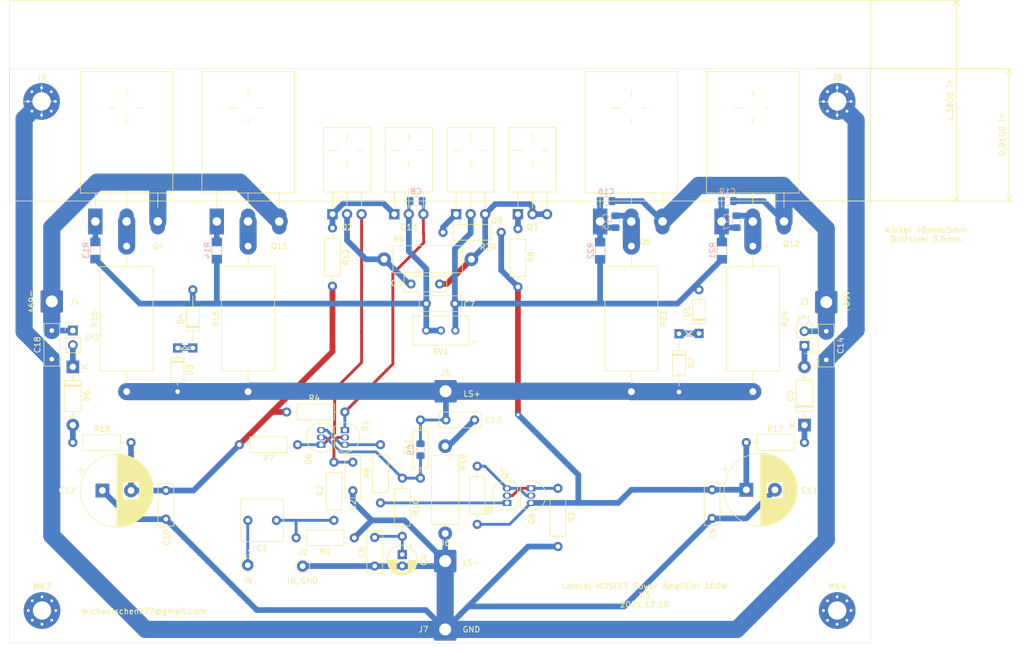
<source format=kicad_pcb>
(kicad_pcb (version 20171130) (host pcbnew "(5.1.12-1-10_14)")
  (layers (0 F.Cu signal) (31 B.Cu signal) (34 B.Paste user) (35 F.Paste user) (36 B.SilkS user) (37 F.SilkS user) (38 B.Mask user) (39 F.Mask user) (44 Edge.Cuts user))
  (net 0 "")
  (net 1 "Net-(C1-Pad2)")
  (net 2 "Net-(C1-Pad1)")
  (net 3 GND)
  (net 4 "Net-(C2-Pad1)")
  (net 5 "Net-(C3-Pad2)")
  (net 6 "Net-(C3-Pad1)")
  (net 7 "Net-(C4-Pad1)")
  (net 8 "Net-(C5-Pad2)")
  (net 9 "Net-(C13-Pad1)")
  (net 10 "Net-(C7-Pad2)")
  (net 11 "Net-(C7-Pad1)")
  (net 12 "Net-(C8-Pad1)")
  (net 13 "Net-(C11-Pad1)")
  (net 14 "Net-(C10-Pad2)")
  (net 15 "Net-(C13-Pad2)")
  (net 16 "Net-(C15-Pad2)")
  (net 17 "Net-(C15-Pad1)")
  (net 18 "Net-(C17-Pad2)")
  (net 19 "Net-(D1-Pad1)")
  (net 20 "Net-(D3-Pad1)")
  (net 21 "Net-(D5-Pad2)")
  (net 22 "Net-(D5-Pad1)")
  (net 23 "Net-(D6-Pad2)")
  (net 24 "Net-(D6-Pad1)")
  (net 25 "Net-(Q1-Pad3)")
  (net 26 "Net-(Q2-Pad3)")
  (net 27 "Net-(Q10-Pad1)")
  (net 28 "Net-(Q3-Pad1)")
  (net 29 "Net-(Q4-Pad1)")
  (net 30 "Net-(Q6-Pad1)")
  (net 31 "Net-(Q6-Pad2)")
  (net 32 "Net-(Q7-Pad1)")
  (net 33 "Net-(Q9-Pad1)")
  (net 34 "Net-(Q11-Pad1)")
  (net 35 "Net-(C14-Pad1)")
  (net 36 "Net-(C18-Pad2)")
  (net 37 "Net-(Q4-Pad2)")
  (net 38 "Net-(Q11-Pad2)")
  (net 39 "Net-(C17-Pad1)")
  (module Capacitor_SMD:C_0805_2012Metric_Pad1.18x1.45mm_HandSolder (layer B.Cu) (at 185.3145 59.944 180)
    (fp_text reference C19 (at 0 1.68 180) (layer B.SilkS) (effects (justify mirror)))
    (fp_text value 27p)
    (pad 2 smd roundrect (at 1.0375 0 180) (size 1.175 1.45) (layers B.Cu B.Paste B.Mask) (roundrect_rratio 0.212766) (net 18 "Net-(C17-Pad2)"))
    (pad 1 smd roundrect (at -1.0375 0 180) (size 1.175 1.45) (layers B.Cu B.Paste B.Mask) (roundrect_rratio 0.212766) (net 35 "Net-(C14-Pad1)"))
  )
  (module Capacitor_SMD:C_0805_2012Metric_Pad1.18x1.45mm_HandSolder (layer B.Cu) (at 164.1055 59.944 180)
    (fp_text reference C16 (at 0 1.68 180) (layer B.SilkS) (effects (justify mirror)))
    (fp_text value 27p)
    (pad 2 smd roundrect (at 1.0375 0 180) (size 1.175 1.45) (layers B.Cu B.Paste B.Mask) (roundrect_rratio 0.212766) (net 16 "Net-(C15-Pad2)"))
    (pad 1 smd roundrect (at -1.0375 0 180) (size 1.175 1.45) (layers B.Cu B.Paste B.Mask) (roundrect_rratio 0.212766) (net 35 "Net-(C14-Pad1)"))
  )
  (module Capacitor_SMD:C_0805_2012Metric_Pad1.18x1.45mm_HandSolder (layer B.Cu) (at 131.699 103.3565 270)
    (fp_text reference C5 (at 0 1.68 270) (layer B.SilkS) (effects (justify mirror)))
    (fp_text value 10p)
    (pad 2 smd roundrect (at 1.0375 0 270) (size 1.175 1.45) (layers B.Cu B.Paste B.Mask) (roundrect_rratio 0.2127659574468085) (net 8 "Net-(C5-Pad2)"))
    (pad 1 smd roundrect (at -1.0375 0 270) (size 1.175 1.45) (layers B.Cu B.Paste B.Mask) (roundrect_rratio 0.2127659574468085) (net 9 "Net-(C13-Pad1)"))
  )
  (module Capacitor_THT:CP_Radial_D12.5mm_P5.00mm (layer F.Cu) (at 76.153 110.49)
    (fp_text reference C12 (at -6.176 0) (layer F.SilkS))
    (fp_text value 220u/100V)
    (pad 2 thru_hole circle (at 5 0) (size 2.4 2.4) (drill 1.2) (layers *.Cu *.Mask) (net 14 "Net-(C10-Pad2)"))
    (pad 1 thru_hole rect (at 0 0) (size 2.4 2.4) (drill 1.2) (layers *.Cu *.Mask) (net 3 GND))
  )
  (module Capacitor_THT:CP_Radial_D12.5mm_P5.00mm (layer F.Cu) (at 188.595 110.363)
    (fp_text reference C11 (at 11.049 0.127) (layer F.SilkS))
    (fp_text value 220u/100V)
    (pad 2 thru_hole circle (at 5 0) (size 2.4 2.4) (drill 1.2) (layers *.Cu *.Mask) (net 3 GND))
    (pad 1 thru_hole rect (at 0 0) (size 2.4 2.4) (drill 1.2) (layers *.Cu *.Mask) (net 13 "Net-(C11-Pad1)"))
  )
  (module Capacitor_SMD:C_0805_2012Metric_Pad1.18x1.45mm_HandSolder (layer B.Cu) (at 186.8805 63.542 270)
    (fp_text reference C17 (at 0 1.68 90) (layer B.SilkS) (effects (justify mirror)))
    (fp_text value 470p)
    (pad 2 smd roundrect (at 1.0375 0 270) (size 1.175 1.45) (layers B.Cu B.Paste B.Mask) (roundrect_rratio 0.2127659574468085) (net 18 "Net-(C17-Pad2)"))
    (pad 1 smd roundrect (at -1.0375 0 270) (size 1.175 1.45) (layers B.Cu B.Paste B.Mask) (roundrect_rratio 0.2127659574468085) (net 39 "Net-(C17-Pad1)"))
  )
  (module Capacitor_SMD:C_0805_2012Metric_Pad1.18x1.45mm_HandSolder (layer B.Cu) (at 165.735 63.542 270)
    (fp_text reference C15 (at 0 1.68 90) (layer B.SilkS) (effects (justify mirror)))
    (fp_text value 330p)
    (pad 2 smd roundrect (at 1.0375 0 270) (size 1.175 1.45) (layers B.Cu B.Paste B.Mask) (roundrect_rratio 0.2127659574468085) (net 16 "Net-(C15-Pad2)"))
    (pad 1 smd roundrect (at -1.0375 0 270) (size 1.175 1.45) (layers B.Cu B.Paste B.Mask) (roundrect_rratio 0.2127659574468085) (net 17 "Net-(C15-Pad1)"))
  )
  (module Resistor_SMD:R_MiniMELF_MMA-0204 (layer B.Cu) (at 163.068 68.6195 270)
    (fp_text reference R22 (at 0 1.65 270) (layer B.SilkS) (effects (justify mirror)))
    (fp_text value 220R)
    (pad 2 smd rect (at 1.5 0 270) (size 1.5 1.8) (layers B.Cu B.Paste B.Mask) (net 10 "Net-(C7-Pad2)"))
    (pad 1 smd rect (at -1.5 0 270) (size 1.5 1.8) (layers B.Cu B.Paste B.Mask) (net 16 "Net-(C15-Pad2)"))
  )
  (module Resistor_SMD:R_MiniMELF_MMA-0204 (layer B.Cu) (at 184.3405 68.604 270)
    (fp_text reference R21 (at 0 1.65 270) (layer B.SilkS) (effects (justify mirror)))
    (fp_text value 220R)
    (pad 2 smd rect (at 1.5 0 270) (size 1.5 1.8) (layers B.Cu B.Paste B.Mask) (net 10 "Net-(C7-Pad2)"))
    (pad 1 smd rect (at -1.5 0 270) (size 1.5 1.8) (layers B.Cu B.Paste B.Mask) (net 18 "Net-(C17-Pad2)"))
  )
  (module Resistor_SMD:R_MiniMELF_MMA-0204 (layer B.Cu) (at 96.139 68.58 270)
    (fp_text reference R14 (at 0 1.65 270) (layer B.SilkS) (effects (justify mirror)))
    (fp_text value 220R)
    (pad 2 smd rect (at 1.5 0 270) (size 1.5 1.8) (layers B.Cu B.Paste B.Mask) (net 11 "Net-(C7-Pad1)"))
    (pad 1 smd rect (at -1.5 0 270) (size 1.5 1.8) (layers B.Cu B.Paste B.Mask) (net 34 "Net-(Q11-Pad1)"))
  )
  (module Resistor_SMD:R_MiniMELF_MMA-0204 (layer B.Cu) (at 74.93 68.58 270)
    (fp_text reference R13 (at 0 1.65 270) (layer B.SilkS) (effects (justify mirror)))
    (fp_text value 220R)
    (pad 2 smd rect (at 1.5 0 270) (size 1.5 1.8) (layers B.Cu B.Paste B.Mask) (net 11 "Net-(C7-Pad1)"))
    (pad 1 smd rect (at -1.5 0 270) (size 1.5 1.8) (layers B.Cu B.Paste B.Mask) (net 29 "Net-(Q4-Pad1)"))
  )
  (module Capacitor_SMD:C_0805_2012Metric_Pad1.18x1.45mm_HandSolder (layer B.Cu) (at 130.937 59.944 180)
    (fp_text reference C8 (at 0 1.68) (layer B.SilkS) (effects (justify mirror)))
    (fp_text value 18p)
    (pad 2 smd roundrect (at 1.0375 0 180) (size 1.175 1.45) (layers B.Cu B.Paste B.Mask) (roundrect_rratio 0.2127659574468085) (net 11 "Net-(C7-Pad1)"))
    (pad 1 smd roundrect (at -1.0375 0 180) (size 1.175 1.45) (layers B.Cu B.Paste B.Mask) (roundrect_rratio 0.2127659574468085) (net 12 "Net-(C8-Pad1)"))
  )
  (module MountingHole:MountingHole_3.2mm_M3_Pad_Via (layer F.Cu) (at 65.532 42.545)
    (fp_text reference J9 (at 0 -4.2) (layer F.SilkS))
    (fp_text value GND)
    (pad 1 thru_hole circle (at 1.697056 -1.697056) (size 0.8 0.8) (drill 0.5) (layers *.Cu *.Mask) (net 3 GND))
    (pad 1 thru_hole circle (at 0 -2.4) (size 0.8 0.8) (drill 0.5) (layers *.Cu *.Mask) (net 3 GND))
    (pad 1 thru_hole circle (at -1.697056 -1.697056) (size 0.8 0.8) (drill 0.5) (layers *.Cu *.Mask) (net 3 GND))
    (pad 1 thru_hole circle (at -2.4 0) (size 0.8 0.8) (drill 0.5) (layers *.Cu *.Mask) (net 3 GND))
    (pad 1 thru_hole circle (at -1.697056 1.697056) (size 0.8 0.8) (drill 0.5) (layers *.Cu *.Mask) (net 3 GND))
    (pad 1 thru_hole circle (at 0 2.4) (size 0.8 0.8) (drill 0.5) (layers *.Cu *.Mask) (net 3 GND))
    (pad 1 thru_hole circle (at 1.697056 1.697056) (size 0.8 0.8) (drill 0.5) (layers *.Cu *.Mask) (net 3 GND))
    (pad 1 thru_hole circle (at 2.4 0) (size 0.8 0.8) (drill 0.5) (layers *.Cu *.Mask) (net 3 GND))
    (pad 1 thru_hole circle (at 0 0) (size 6.4 6.4) (drill 3.2) (layers *.Cu *.Mask) (net 3 GND))
  )
  (module MountingHole:MountingHole_3.2mm_M3_Pad_Via (layer F.Cu) (at 204.47 42.545)
    (fp_text reference J8 (at 0 -4.2) (layer F.SilkS))
    (fp_text value GND)
    (pad 1 thru_hole circle (at 1.697056 -1.697056) (size 0.8 0.8) (drill 0.5) (layers *.Cu *.Mask) (net 3 GND))
    (pad 1 thru_hole circle (at 0 -2.4) (size 0.8 0.8) (drill 0.5) (layers *.Cu *.Mask) (net 3 GND))
    (pad 1 thru_hole circle (at -1.697056 -1.697056) (size 0.8 0.8) (drill 0.5) (layers *.Cu *.Mask) (net 3 GND))
    (pad 1 thru_hole circle (at -2.4 0) (size 0.8 0.8) (drill 0.5) (layers *.Cu *.Mask) (net 3 GND))
    (pad 1 thru_hole circle (at -1.697056 1.697056) (size 0.8 0.8) (drill 0.5) (layers *.Cu *.Mask) (net 3 GND))
    (pad 1 thru_hole circle (at 0 2.4) (size 0.8 0.8) (drill 0.5) (layers *.Cu *.Mask) (net 3 GND))
    (pad 1 thru_hole circle (at 1.697056 1.697056) (size 0.8 0.8) (drill 0.5) (layers *.Cu *.Mask) (net 3 GND))
    (pad 1 thru_hole circle (at 2.4 0) (size 0.8 0.8) (drill 0.5) (layers *.Cu *.Mask) (net 3 GND))
    (pad 1 thru_hole circle (at 0 0) (size 6.4 6.4) (drill 3.2) (layers *.Cu *.Mask) (net 3 GND))
  )
  (module Connector_Pin:Pin_D1.0mm_L10.0mm (layer F.Cu) (at 111.125 123.698)
    (fp_text reference J2 (at 0 -2.413) (layer F.SilkS))
    (fp_text value Conn_01x01)
    (pad 1 thru_hole circle (at 0 0) (size 2 2) (drill 1) (layers *.Cu *.Mask) (net 3 GND))
  )
  (module Connector_Pin:Pin_D1.0mm_L10.0mm (layer F.Cu) (at 101.5365 123.5075)
    (fp_text reference J1 (at -0.0635 -2.2225) (layer F.SilkS))
    (fp_text value Conn_01x01)
    (pad 1 thru_hole circle (at 0 0) (size 2 2) (drill 1) (layers *.Cu *.Mask) (net 1 "Net-(C1-Pad2)"))
  )
  (module Capacitor_THT:C_Rect_L7.2mm_W2.5mm_P5.00mm_FKS2_FKP2_MKS2_MKP2 (layer F.Cu) (at 67.31 87.55 90)
    (fp_text reference C18 (at 2.5 -2.5 90) (layer F.SilkS))
    (fp_text value 100n)
    (pad 2 thru_hole circle (at 5 0 90) (size 1.6 1.6) (drill 0.8) (layers *.Cu *.Mask) (net 36 "Net-(C18-Pad2)"))
    (pad 1 thru_hole circle (at 0 0 90) (size 1.6 1.6) (drill 0.8) (layers *.Cu *.Mask) (net 3 GND))
  )
  (module Capacitor_THT:C_Rect_L7.2mm_W2.5mm_P5.00mm_FKS2_FKP2_MKS2_MKP2 (layer F.Cu) (at 202.565 82.677 270)
    (fp_text reference C14 (at 2.5 -2.5 90) (layer F.SilkS))
    (fp_text value 100n)
    (pad 2 thru_hole circle (at 5 0 270) (size 1.6 1.6) (drill 0.8) (layers *.Cu *.Mask) (net 3 GND))
    (pad 1 thru_hole circle (at 0 0 270) (size 1.6 1.6) (drill 0.8) (layers *.Cu *.Mask) (net 35 "Net-(C14-Pad1)"))
  )
  (module Potentiometer_THT:Potentiometer_Bourns_3296W_Vertical (layer F.Cu) (at 137.795 82.55)
    (fp_text reference RV1 (at -2.54 3.683) (layer F.SilkS))
    (fp_text value 200R)
    (pad 3 thru_hole circle (at -5.08 0) (size 1.44 1.44) (drill 0.8) (layers *.Cu *.Mask) (net 11 "Net-(C7-Pad1)"))
    (pad 2 thru_hole circle (at -2.54 0) (size 1.44 1.44) (drill 0.8) (layers *.Cu *.Mask) (net 11 "Net-(C7-Pad1)"))
    (pad 1 thru_hole circle (at 0 0) (size 1.44 1.44) (drill 0.8) (layers *.Cu *.Mask) (net 10 "Net-(C7-Pad2)"))
  )
  (module Resistor_THT:R_Axial_DIN0918_L18.0mm_D9.0mm_P25.40mm_Horizontal (layer F.Cu) (at 189.738 67.818 270)
    (fp_text reference R24 (at 12.7 -5.62 270) (layer F.SilkS))
    (fp_text value 0.22R)
    (pad 2 thru_hole oval (at 25.4 0 270) (size 2.4 2.4) (drill 1.2) (layers *.Cu *.Mask) (net 9 "Net-(C13-Pad1)"))
    (pad 1 thru_hole circle (at 0 0 270) (size 2.4 2.4) (drill 1.2) (layers *.Cu *.Mask) (net 39 "Net-(C17-Pad1)"))
  )
  (module Resistor_THT:R_Axial_DIN0918_L18.0mm_D9.0mm_P25.40mm_Horizontal (layer F.Cu) (at 168.529 67.818 270)
    (fp_text reference R23 (at 12.7 -5.62 270) (layer F.SilkS))
    (fp_text value 0.22R)
    (pad 2 thru_hole oval (at 25.4 0 270) (size 2.4 2.4) (drill 1.2) (layers *.Cu *.Mask) (net 9 "Net-(C13-Pad1)"))
    (pad 1 thru_hole circle (at 0 0 270) (size 2.4 2.4) (drill 1.2) (layers *.Cu *.Mask) (net 17 "Net-(C15-Pad1)"))
  )
  (module Resistor_THT:R_Axial_DIN0207_L6.3mm_D2.5mm_P10.16mm_Horizontal (layer F.Cu) (at 145.796 65.405 180)
    (fp_text reference R20 (at 2.286 -2.54) (layer F.SilkS))
    (fp_text value 100R)
    (pad 2 thru_hole oval (at 10.16 0 180) (size 1.6 1.6) (drill 0.8) (layers *.Cu *.Mask) (net 33 "Net-(Q9-Pad1)"))
    (pad 1 thru_hole circle (at 0 0 180) (size 1.6 1.6) (drill 0.8) (layers *.Cu *.Mask) (net 13 "Net-(C11-Pad1)"))
  )
  (module Resistor_THT:R_Axial_DIN0414_L11.9mm_D4.5mm_P15.24mm_Horizontal (layer F.Cu) (at 136.017 102.743 270)
    (fp_text reference R19 (at 2.794 -3.175 90) (layer F.SilkS))
    (fp_text value 6.8R/1W)
    (pad 2 thru_hole oval (at 15.24 0 270) (size 2.4 2.4) (drill 1.2) (layers *.Cu *.Mask) (net 3 GND))
    (pad 1 thru_hole circle (at 0 0 270) (size 2.4 2.4) (drill 1.2) (layers *.Cu *.Mask) (net 15 "Net-(C13-Pad2)"))
  )
  (module Resistor_THT:R_Axial_DIN0207_L6.3mm_D2.5mm_P10.16mm_Horizontal (layer F.Cu) (at 70.993 102.108)
    (fp_text reference R18 (at 5.08 -2.37) (layer F.SilkS))
    (fp_text value 100R)
    (pad 2 thru_hole oval (at 10.16 0) (size 1.6 1.6) (drill 0.8) (layers *.Cu *.Mask) (net 14 "Net-(C10-Pad2)"))
    (pad 1 thru_hole circle (at 0 0) (size 1.6 1.6) (drill 0.8) (layers *.Cu *.Mask) (net 23 "Net-(D6-Pad2)"))
  )
  (module Resistor_THT:R_Axial_DIN0207_L6.3mm_D2.5mm_P10.16mm_Horizontal (layer F.Cu) (at 188.595 102.108)
    (fp_text reference R17 (at 5.08 -2.37) (layer F.SilkS))
    (fp_text value 100R)
    (pad 2 thru_hole oval (at 10.16 0) (size 1.6 1.6) (drill 0.8) (layers *.Cu *.Mask) (net 22 "Net-(D5-Pad1)"))
    (pad 1 thru_hole circle (at 0 0) (size 1.6 1.6) (drill 0.8) (layers *.Cu *.Mask) (net 13 "Net-(C11-Pad1)"))
  )
  (module Resistor_THT:R_Axial_DIN0918_L18.0mm_D9.0mm_P25.40mm_Horizontal (layer F.Cu) (at 101.6 93.218 90)
    (fp_text reference R16 (at 12.7 -5.62 90) (layer F.SilkS))
    (fp_text value 0.22R)
    (pad 2 thru_hole oval (at 25.4 0 90) (size 2.4 2.4) (drill 1.2) (layers *.Cu *.Mask) (net 38 "Net-(Q11-Pad2)"))
    (pad 1 thru_hole circle (at 0 0 90) (size 2.4 2.4) (drill 1.2) (layers *.Cu *.Mask) (net 9 "Net-(C13-Pad1)"))
  )
  (module Resistor_THT:R_Axial_DIN0918_L18.0mm_D9.0mm_P25.40mm_Horizontal (layer F.Cu) (at 80.391 93.218 90)
    (fp_text reference R15 (at 12.7 -5.62 90) (layer F.SilkS))
    (fp_text value 0.22R)
    (pad 2 thru_hole oval (at 25.4 0 90) (size 2.4 2.4) (drill 1.2) (layers *.Cu *.Mask) (net 37 "Net-(Q4-Pad2)"))
    (pad 1 thru_hole circle (at 0 0 90) (size 2.4 2.4) (drill 1.2) (layers *.Cu *.Mask) (net 9 "Net-(C13-Pad1)"))
  )
  (module Resistor_THT:R_Axial_DIN0207_L6.3mm_D2.5mm_P10.16mm_Horizontal (layer F.Cu) (at 116.332 64.643 270)
    (fp_text reference R12 (at 5.08 -2.37 90) (layer F.SilkS))
    (fp_text value 100R)
    (pad 2 thru_hole oval (at 10.16 0 270) (size 1.6 1.6) (drill 0.8) (layers *.Cu *.Mask) (net 14 "Net-(C10-Pad2)"))
    (pad 1 thru_hole circle (at 0 0 270) (size 1.6 1.6) (drill 0.8) (layers *.Cu *.Mask) (net 27 "Net-(Q10-Pad1)"))
  )
  (module Resistor_THT:R_Axial_DIN0207_L6.3mm_D2.5mm_P10.16mm_Horizontal (layer F.Cu) (at 131.699 98.171 270)
    (fp_text reference R11 (at 4.699 2.286 90) (layer F.SilkS))
    (fp_text value 33k)
    (pad 2 thru_hole oval (at 10.16 0 270) (size 1.6 1.6) (drill 0.8) (layers *.Cu *.Mask) (net 8 "Net-(C5-Pad2)"))
    (pad 1 thru_hole circle (at 0 0 270) (size 1.6 1.6) (drill 0.8) (layers *.Cu *.Mask) (net 9 "Net-(C13-Pad1)"))
  )
  (module Resistor_THT:R_Axial_DIN0207_L6.3mm_D2.5mm_P10.16mm_Horizontal (layer F.Cu) (at 128.524 108.331 270)
    (fp_text reference R10 (at 5.08 -2.37 90) (layer F.SilkS))
    (fp_text value 1k)
    (pad 2 thru_hole oval (at 10.16 0 270) (size 1.6 1.6) (drill 0.8) (layers *.Cu *.Mask) (net 7 "Net-(C4-Pad1)"))
    (pad 1 thru_hole circle (at 0 0 270) (size 1.6 1.6) (drill 0.8) (layers *.Cu *.Mask) (net 8 "Net-(C5-Pad2)"))
  )
  (module Resistor_THT:R_Axial_DIN0414_L11.9mm_D4.5mm_P15.24mm_Horizontal (layer F.Cu) (at 140.589 70.104 180)
    (fp_text reference R9 (at 12.7 3.556) (layer F.SilkS))
    (fp_text value 12k/1W)
    (pad 2 thru_hole oval (at 15.24 0 180) (size 2.4 2.4) (drill 1.2) (layers *.Cu *.Mask) (net 5 "Net-(C3-Pad2)"))
    (pad 1 thru_hole circle (at 0 0 180) (size 2.4 2.4) (drill 1.2) (layers *.Cu *.Mask) (net 6 "Net-(C3-Pad1)"))
  )
  (module Resistor_THT:R_Axial_DIN0207_L6.3mm_D2.5mm_P10.16mm_Horizontal (layer F.Cu) (at 148.717 74.93 90)
    (fp_text reference R8 (at 5.207 2.286 90) (layer F.SilkS))
    (fp_text value 100R)
    (pad 2 thru_hole oval (at 10.16 0 90) (size 1.6 1.6) (drill 0.8) (layers *.Cu *.Mask) (net 28 "Net-(Q3-Pad1)"))
    (pad 1 thru_hole circle (at 0 0 90) (size 1.6 1.6) (drill 0.8) (layers *.Cu *.Mask) (net 13 "Net-(C11-Pad1)"))
  )
  (module Resistor_THT:R_Axial_DIN0207_L6.3mm_D2.5mm_P10.16mm_Horizontal (layer F.Cu) (at 110.236 102.489 180)
    (fp_text reference R7 (at 5.08 -2.37) (layer F.SilkS))
    (fp_text value 4k7)
    (pad 2 thru_hole oval (at 10.16 0 180) (size 1.6 1.6) (drill 0.8) (layers *.Cu *.Mask) (net 14 "Net-(C10-Pad2)"))
    (pad 1 thru_hole circle (at 0 0 180) (size 1.6 1.6) (drill 0.8) (layers *.Cu *.Mask) (net 26 "Net-(Q2-Pad3)"))
  )
  (module Resistor_THT:R_Axial_DIN0207_L6.3mm_D2.5mm_P10.16mm_Horizontal (layer F.Cu) (at 124.714 112.649 90)
    (fp_text reference R6 (at 5.334 -2.286 90) (layer F.SilkS))
    (fp_text value 22k)
    (pad 2 thru_hole oval (at 10.16 0 90) (size 1.6 1.6) (drill 0.8) (layers *.Cu *.Mask) (net 25 "Net-(Q1-Pad3)"))
    (pad 1 thru_hole circle (at 0 0 90) (size 1.6 1.6) (drill 0.8) (layers *.Cu *.Mask) (net 32 "Net-(Q7-Pad1)"))
  )
  (module Resistor_THT:R_Axial_DIN0207_L6.3mm_D2.5mm_P10.16mm_Horizontal (layer F.Cu) (at 141.605 116.3955 90)
    (fp_text reference R5 (at 2.6035 2.159 90) (layer F.SilkS))
    (fp_text value 680R)
    (pad 2 thru_hole oval (at 10.16 0 90) (size 1.6 1.6) (drill 0.8) (layers *.Cu *.Mask) (net 31 "Net-(Q6-Pad2)"))
    (pad 1 thru_hole circle (at 0 0 90) (size 1.6 1.6) (drill 0.8) (layers *.Cu *.Mask) (net 13 "Net-(C11-Pad1)"))
  )
  (module Resistor_THT:R_Axial_DIN0207_L6.3mm_D2.5mm_P10.16mm_Horizontal (layer F.Cu) (at 118.491 96.774 180)
    (fp_text reference R4 (at 5.334 2.413) (layer F.SilkS))
    (fp_text value 4k7)
    (pad 2 thru_hole oval (at 10.16 0 180) (size 1.6 1.6) (drill 0.8) (layers *.Cu *.Mask) (net 14 "Net-(C10-Pad2)"))
    (pad 1 thru_hole circle (at 0 0 180) (size 1.6 1.6) (drill 0.8) (layers *.Cu *.Mask) (net 12 "Net-(C8-Pad1)"))
  )
  (module Resistor_THT:R_Axial_DIN0207_L6.3mm_D2.5mm_P10.16mm_Horizontal (layer F.Cu) (at 155.702 110.109 270)
    (fp_text reference R3 (at 5.08 -2.37 90) (layer F.SilkS))
    (fp_text value 22k)
    (pad 2 thru_hole oval (at 10.16 0 270) (size 1.6 1.6) (drill 0.8) (layers *.Cu *.Mask) (net 3 GND))
    (pad 1 thru_hole circle (at 0 0 270) (size 1.6 1.6) (drill 0.8) (layers *.Cu *.Mask) (net 30 "Net-(Q6-Pad1)"))
  )
  (module Resistor_THT:R_Axial_DIN0207_L6.3mm_D2.5mm_P10.16mm_Horizontal (layer F.Cu) (at 116.586 105.537 270)
    (fp_text reference R2 (at 4.953 2.413 90) (layer F.SilkS))
    (fp_text value 1k)
    (pad 2 thru_hole oval (at 10.16 0 270) (size 1.6 1.6) (drill 0.8) (layers *.Cu *.Mask) (net 2 "Net-(C1-Pad1)"))
    (pad 1 thru_hole circle (at 0 0 270) (size 1.6 1.6) (drill 0.8) (layers *.Cu *.Mask) (net 4 "Net-(C2-Pad1)"))
  )
  (module Resistor_THT:R_Axial_DIN0207_L6.3mm_D2.5mm_P10.16mm_Horizontal (layer F.Cu) (at 109.982 118.745)
    (fp_text reference R1 (at 5.08 2.413) (layer F.SilkS))
    (fp_text value 33k)
    (pad 2 thru_hole oval (at 10.16 0) (size 1.6 1.6) (drill 0.8) (layers *.Cu *.Mask) (net 3 GND))
    (pad 1 thru_hole circle (at 0 0) (size 1.6 1.6) (drill 0.8) (layers *.Cu *.Mask) (net 2 "Net-(C1-Pad1)"))
  )
  (module Package_TO_SOT_THT:TO-247-3_Horizontal_TabDown (layer F.Cu) (at 184.277 63.5)
    (fp_text reference Q12 (at 12.192 3.937) (layer F.SilkS))
    (fp_text value ECX10N20)
    (pad 3 thru_hole oval (at 10.9 0) (size 2.5 4.5) (drill 1.5) (layers *.Cu *.Mask) (net 35 "Net-(C14-Pad1)"))
    (pad 2 thru_hole oval (at 5.45 0) (size 2.5 4.5) (drill 1.5) (layers *.Cu *.Mask) (net 39 "Net-(C17-Pad1)"))
    (pad 1 thru_hole rect (at 0 0) (size 2.5 4.5) (drill 1.5) (layers *.Cu *.Mask) (net 18 "Net-(C17-Pad2)"))
    (pad "" np_thru_hole oval (at 5.45 -19.86) (size 3.6 3.6) (drill 3.6) (layers *.Cu *.Mask))
  )
  (module Package_TO_SOT_THT:TO-247-3_Horizontal_TabDown (layer F.Cu) (at 96.139 63.5)
    (fp_text reference Q11 (at 10.922 4.318) (layer F.SilkS))
    (fp_text value ECX10P20)
    (pad 3 thru_hole oval (at 10.9 0) (size 2.5 4.5) (drill 1.5) (layers *.Cu *.Mask) (net 36 "Net-(C18-Pad2)"))
    (pad 2 thru_hole oval (at 5.45 0) (size 2.5 4.5) (drill 1.5) (layers *.Cu *.Mask) (net 38 "Net-(Q11-Pad2)"))
    (pad 1 thru_hole rect (at 0 0) (size 2.5 4.5) (drill 1.5) (layers *.Cu *.Mask) (net 34 "Net-(Q11-Pad1)"))
    (pad "" np_thru_hole oval (at 5.45 -19.86) (size 3.6 3.6) (drill 3.6) (layers *.Cu *.Mask))
  )
  (module Package_TO_SOT_THT:TO-126-3_Horizontal_TabDown (layer F.Cu) (at 127.127 62.23)
    (fp_text reference Q10 (at 2.54 2.286) (layer F.SilkS))
    (fp_text value MJE340)
    (pad 3 thru_hole oval (at 5.08 0) (size 1.8 1.8) (drill 1) (layers *.Cu *.Mask) (net 12 "Net-(C8-Pad1)"))
    (pad 2 thru_hole oval (at 2.54 0) (size 1.8 1.8) (drill 1) (layers *.Cu *.Mask) (net 11 "Net-(C7-Pad1)"))
    (pad 1 thru_hole rect (at 0 0) (size 1.8 1.8) (drill 1) (layers *.Cu *.Mask) (net 27 "Net-(Q10-Pad1)"))
    (pad "" np_thru_hole oval (at 2.54 -11.1) (size 3.2 3.2) (drill 3.2) (layers *.Cu *.Mask))
  )
  (module Package_TO_SOT_THT:TO-126-3_Horizontal_TabDown (layer F.Cu) (at 137.922 62.23)
    (fp_text reference Q9 (at 7.112 1.143) (layer F.SilkS))
    (fp_text value MJE350)
    (pad 3 thru_hole oval (at 5.08 0) (size 1.8 1.8) (drill 1) (layers *.Cu *.Mask) (net 6 "Net-(C3-Pad1)"))
    (pad 2 thru_hole oval (at 2.54 0) (size 1.8 1.8) (drill 1) (layers *.Cu *.Mask) (net 10 "Net-(C7-Pad2)"))
    (pad 1 thru_hole rect (at 0 0) (size 1.8 1.8) (drill 1) (layers *.Cu *.Mask) (net 33 "Net-(Q9-Pad1)"))
    (pad "" np_thru_hole oval (at 2.54 -11.1) (size 3.2 3.2) (drill 3.2) (layers *.Cu *.Mask))
  )
  (module Package_TO_SOT_THT:TO-92_Inline (layer F.Cu) (at 114.3635 102.489 90)
    (fp_text reference Q8 (at -2.54 -2.2225 90) (layer F.SilkS))
    (fp_text value BC556)
    (pad 1 thru_hole rect (at 0 0 90) (size 1.05 1.5) (drill 0.75) (layers *.Cu *.Mask) (net 26 "Net-(Q2-Pad3)"))
    (pad 3 thru_hole oval (at 2.54 0 90) (size 1.05 1.5) (drill 0.75) (layers *.Cu *.Mask) (net 25 "Net-(Q1-Pad3)"))
    (pad 2 thru_hole oval (at 1.27 0 90) (size 1.05 1.5) (drill 0.75) (layers *.Cu *.Mask) (net 8 "Net-(C5-Pad2)"))
  )
  (module Package_TO_SOT_THT:TO-92_Inline (layer F.Cu) (at 146.812 112.649 90)
    (fp_text reference Q7 (at 5.207 -0.381 90) (layer F.SilkS))
    (fp_text value BC556)
    (pad 1 thru_hole rect (at 0 0 90) (size 1.05 1.5) (drill 0.75) (layers *.Cu *.Mask) (net 32 "Net-(Q7-Pad1)"))
    (pad 3 thru_hole oval (at 2.54 0 90) (size 1.05 1.5) (drill 0.75) (layers *.Cu *.Mask) (net 31 "Net-(Q6-Pad2)"))
    (pad 2 thru_hole oval (at 1.27 0 90) (size 1.05 1.5) (drill 0.75) (layers *.Cu *.Mask) (net 30 "Net-(Q6-Pad1)"))
  )
  (module Package_TO_SOT_THT:TO-92_Inline (layer F.Cu) (at 151.003 110.109 270)
    (fp_text reference Q6 (at 5.334 -0.127 90) (layer F.SilkS))
    (fp_text value BC556)
    (pad 1 thru_hole rect (at 0 0 270) (size 1.05 1.5) (drill 0.75) (layers *.Cu *.Mask) (net 30 "Net-(Q6-Pad1)"))
    (pad 3 thru_hole oval (at 2.54 0 270) (size 1.05 1.5) (drill 0.75) (layers *.Cu *.Mask) (net 13 "Net-(C11-Pad1)"))
    (pad 2 thru_hole oval (at 1.27 0 270) (size 1.05 1.5) (drill 0.75) (layers *.Cu *.Mask) (net 31 "Net-(Q6-Pad2)"))
  )
  (module Package_TO_SOT_THT:TO-247-3_Horizontal_TabDown (layer F.Cu) (at 163.068 63.5)
    (fp_text reference Q5 (at 7.874 3.556) (layer F.SilkS))
    (fp_text value ECX10N20)
    (pad 3 thru_hole oval (at 10.9 0) (size 2.5 4.5) (drill 1.5) (layers *.Cu *.Mask) (net 35 "Net-(C14-Pad1)"))
    (pad 2 thru_hole oval (at 5.45 0) (size 2.5 4.5) (drill 1.5) (layers *.Cu *.Mask) (net 17 "Net-(C15-Pad1)"))
    (pad 1 thru_hole rect (at 0 0) (size 2.5 4.5) (drill 1.5) (layers *.Cu *.Mask) (net 16 "Net-(C15-Pad2)"))
    (pad "" np_thru_hole oval (at 5.45 -19.86) (size 3.6 3.6) (drill 3.6) (layers *.Cu *.Mask))
  )
  (module Package_TO_SOT_THT:TO-247-3_Horizontal_TabDown (layer F.Cu) (at 74.93 63.5)
    (fp_text reference Q4 (at 10.922 4.318) (layer F.SilkS))
    (fp_text value ECX10P20)
    (pad 3 thru_hole oval (at 10.9 0) (size 2.5 4.5) (drill 1.5) (layers *.Cu *.Mask) (net 36 "Net-(C18-Pad2)"))
    (pad 2 thru_hole oval (at 5.45 0) (size 2.5 4.5) (drill 1.5) (layers *.Cu *.Mask) (net 37 "Net-(Q4-Pad2)"))
    (pad 1 thru_hole rect (at 0 0) (size 2.5 4.5) (drill 1.5) (layers *.Cu *.Mask) (net 29 "Net-(Q4-Pad1)"))
    (pad "" np_thru_hole oval (at 5.45 -19.86) (size 3.6 3.6) (drill 3.6) (layers *.Cu *.Mask))
  )
  (module Package_TO_SOT_THT:TO-126-3_Horizontal_TabDown (layer F.Cu) (at 148.717 62.23)
    (fp_text reference Q3 (at 2.54 2.286) (layer F.SilkS))
    (fp_text value MJE350)
    (pad 3 thru_hole oval (at 5.08 0) (size 1.8 1.8) (drill 1) (layers *.Cu *.Mask) (net 6 "Net-(C3-Pad1)"))
    (pad 2 thru_hole oval (at 2.54 0) (size 1.8 1.8) (drill 1) (layers *.Cu *.Mask) (net 6 "Net-(C3-Pad1)"))
    (pad 1 thru_hole rect (at 0 0) (size 1.8 1.8) (drill 1) (layers *.Cu *.Mask) (net 28 "Net-(Q3-Pad1)"))
    (pad "" np_thru_hole oval (at 2.54 -11.1) (size 3.2 3.2) (drill 3.2) (layers *.Cu *.Mask))
  )
  (module Package_TO_SOT_THT:TO-126-3_Horizontal_TabDown (layer F.Cu) (at 116.332 62.23)
    (fp_text reference Q2 (at 2.54 2.286) (layer F.SilkS))
    (fp_text value MJE340)
    (pad 3 thru_hole oval (at 5.08 0) (size 1.8 1.8) (drill 1) (layers *.Cu *.Mask) (net 26 "Net-(Q2-Pad3)"))
    (pad 2 thru_hole oval (at 2.54 0) (size 1.8 1.8) (drill 1) (layers *.Cu *.Mask) (net 5 "Net-(C3-Pad2)"))
    (pad 1 thru_hole rect (at 0 0) (size 1.8 1.8) (drill 1) (layers *.Cu *.Mask) (net 27 "Net-(Q10-Pad1)"))
    (pad "" np_thru_hole oval (at 2.54 -11.1) (size 3.2 3.2) (drill 3.2) (layers *.Cu *.Mask))
  )
  (module Package_TO_SOT_THT:TO-92_Inline (layer F.Cu) (at 118.491 99.949 270)
    (fp_text reference Q1 (at -0.762 -3.556 90) (layer F.SilkS))
    (fp_text value BC556)
    (pad 1 thru_hole rect (at 0 0 270) (size 1.05 1.5) (drill 0.75) (layers *.Cu *.Mask) (net 12 "Net-(C8-Pad1)"))
    (pad 3 thru_hole oval (at 2.54 0 270) (size 1.05 1.5) (drill 0.75) (layers *.Cu *.Mask) (net 25 "Net-(Q1-Pad3)"))
    (pad 2 thru_hole oval (at 1.27 0 270) (size 1.05 1.5) (drill 0.75) (layers *.Cu *.Mask) (net 4 "Net-(C2-Pad1)"))
  )
  (module MountingHole:MountingHole_3.2mm_M3_Pad_Via (layer F.Cu) (at 204.47 131.445)
    (fp_text reference MK4 (at 0 -4.2) (layer F.SilkS))
    (fp_text value Mounting_Hole_PAD)
    (pad 1 thru_hole circle (at 1.697056 -1.697056) (size 0.8 0.8) (drill 0.5) (layers *.Cu *.Mask))
    (pad 1 thru_hole circle (at 0 -2.4) (size 0.8 0.8) (drill 0.5) (layers *.Cu *.Mask))
    (pad 1 thru_hole circle (at -1.697056 -1.697056) (size 0.8 0.8) (drill 0.5) (layers *.Cu *.Mask))
    (pad 1 thru_hole circle (at -2.4 0) (size 0.8 0.8) (drill 0.5) (layers *.Cu *.Mask))
    (pad 1 thru_hole circle (at -1.697056 1.697056) (size 0.8 0.8) (drill 0.5) (layers *.Cu *.Mask))
    (pad 1 thru_hole circle (at 0 2.4) (size 0.8 0.8) (drill 0.5) (layers *.Cu *.Mask))
    (pad 1 thru_hole circle (at 1.697056 1.697056) (size 0.8 0.8) (drill 0.5) (layers *.Cu *.Mask))
    (pad 1 thru_hole circle (at 2.4 0) (size 0.8 0.8) (drill 0.5) (layers *.Cu *.Mask))
    (pad 1 thru_hole circle (at 0 0) (size 6.4 6.4) (drill 3.2) (layers *.Cu *.Mask))
  )
  (module MountingHole:MountingHole_3.2mm_M3_Pad_Via (layer F.Cu) (at 65.612944 131.445)
    (fp_text reference MK3 (at 0 -4.2) (layer F.SilkS))
    (fp_text value Mounting_Hole_PAD)
    (pad 1 thru_hole circle (at 1.697056 -1.697056) (size 0.8 0.8) (drill 0.5) (layers *.Cu *.Mask))
    (pad 1 thru_hole circle (at 0 -2.4) (size 0.8 0.8) (drill 0.5) (layers *.Cu *.Mask))
    (pad 1 thru_hole circle (at -1.697056 -1.697056) (size 0.8 0.8) (drill 0.5) (layers *.Cu *.Mask))
    (pad 1 thru_hole circle (at -2.4 0) (size 0.8 0.8) (drill 0.5) (layers *.Cu *.Mask))
    (pad 1 thru_hole circle (at -1.697056 1.697056) (size 0.8 0.8) (drill 0.5) (layers *.Cu *.Mask))
    (pad 1 thru_hole circle (at 0 2.4) (size 0.8 0.8) (drill 0.5) (layers *.Cu *.Mask))
    (pad 1 thru_hole circle (at 1.697056 1.697056) (size 0.8 0.8) (drill 0.5) (layers *.Cu *.Mask))
    (pad 1 thru_hole circle (at 2.4 0) (size 0.8 0.8) (drill 0.5) (layers *.Cu *.Mask))
    (pad 1 thru_hole circle (at 0 0) (size 6.4 6.4) (drill 3.2) (layers *.Cu *.Mask))
  )
  (module Connector_PinHeader_2.54mm:PinHeader_1x02_P2.54mm_Vertical (layer F.Cu) (at 70.993 82.55)
    (fp_text reference JP2 (at 3.302 1.27) (layer F.SilkS))
    (fp_text value Jump)
    (pad 2 thru_hole oval (at 0 2.54) (size 1.7 1.7) (drill 1) (layers *.Cu *.Mask) (net 24 "Net-(D6-Pad1)"))
    (pad 1 thru_hole rect (at 0 0) (size 1.7 1.7) (drill 1) (layers *.Cu *.Mask) (net 36 "Net-(C18-Pad2)"))
  )
  (module Connector_PinHeader_2.54mm:PinHeader_1x02_P2.54mm_Vertical (layer F.Cu) (at 198.755 85.217 180)
    (fp_text reference JP1 (at 0.127 4.699) (layer F.SilkS))
    (fp_text value Jump)
    (pad 2 thru_hole oval (at 0 2.54 180) (size 1.7 1.7) (drill 1) (layers *.Cu *.Mask) (net 35 "Net-(C14-Pad1)"))
    (pad 1 thru_hole rect (at 0 0 180) (size 1.7 1.7) (drill 1) (layers *.Cu *.Mask) (net 21 "Net-(D5-Pad2)"))
  )
  (module Connector_Wire:SolderWire-1.5sqmm_1x01_D1.7mm_OD3.9mm (layer F.Cu) (at 136.017 134.747)
    (fp_text reference J7 (at -3.81 0) (layer F.SilkS))
    (fp_text value GND)
    (pad 1 thru_hole roundrect (at 0 0) (size 3.9 3.9) (drill 2.1) (layers *.Cu *.Mask) (roundrect_rratio 0.06410282051282051) (net 3 GND))
  )
  (module Connector_Wire:SolderWire-1.5sqmm_1x01_D1.7mm_OD3.9mm (layer F.Cu) (at 136.017 122.809)
    (fp_text reference J6 (at 0 -3.15) (layer F.SilkS))
    (fp_text value LS-)
    (pad 1 thru_hole roundrect (at 0 0) (size 3.9 3.9) (drill 2.1) (layers *.Cu *.Mask) (roundrect_rratio 0.06410282051282051) (net 3 GND))
  )
  (module Connector_Wire:SolderWire-1.5sqmm_1x01_D1.7mm_OD3.9mm (layer F.Cu) (at 136.0805 93.1545)
    (fp_text reference J5 (at 0 -3.15) (layer F.SilkS))
    (fp_text value LS+)
    (pad 1 thru_hole roundrect (at 0 0) (size 3.9 3.9) (drill 2.1) (layers *.Cu *.Mask) (roundrect_rratio 0.06410282051282051) (net 9 "Net-(C13-Pad1)"))
  )
  (module Connector_Wire:SolderWire-1.5sqmm_1x01_D1.7mm_OD3.9mm (layer F.Cu) (at 67.31 77.47)
    (fp_text reference J4 (at 3.937 0.127) (layer F.SilkS))
    (fp_text value -69V)
    (pad 1 thru_hole roundrect (at 0 0) (size 3.9 3.9) (drill 2.1) (layers *.Cu *.Mask) (roundrect_rratio 0.06410282051282051) (net 36 "Net-(C18-Pad2)"))
  )
  (module Connector_Wire:SolderWire-1.5sqmm_1x01_D1.7mm_OD3.9mm (layer F.Cu) (at 202.565 77.597)
    (fp_text reference J3 (at -3.937 0) (layer F.SilkS))
    (fp_text value +69V)
    (pad 1 thru_hole roundrect (at 0 0) (size 3.9 3.9) (drill 2.1) (layers *.Cu *.Mask) (roundrect_rratio 0.06410282051282051) (net 35 "Net-(C14-Pad1)"))
  )
  (module Diode_THT:D_DO-41_SOD81_P10.16mm_Horizontal (layer F.Cu) (at 70.993 88.9 270)
    (fp_text reference D6 (at 5.08 -2.47 90) (layer F.SilkS))
    (fp_text value 1N4002)
    (fp_text user K (at 0 -2.1 90) (layer F.SilkS))
    (pad 2 thru_hole oval (at 10.16 0 270) (size 2.2 2.2) (drill 1.1) (layers *.Cu *.Mask) (net 23 "Net-(D6-Pad2)"))
    (pad 1 thru_hole rect (at 0 0 270) (size 2.2 2.2) (drill 1.1) (layers *.Cu *.Mask) (net 24 "Net-(D6-Pad1)"))
  )
  (module Diode_THT:D_DO-41_SOD81_P10.16mm_Horizontal (layer F.Cu) (at 198.755 99.06 90)
    (fp_text reference D5 (at 5.08 -2.47 90) (layer F.SilkS))
    (fp_text value 1N4002)
    (fp_text user K (at 0 -2.1 90) (layer F.SilkS))
    (pad 2 thru_hole oval (at 10.16 0 90) (size 2.2 2.2) (drill 1.1) (layers *.Cu *.Mask) (net 21 "Net-(D5-Pad2)"))
    (pad 1 thru_hole rect (at 0 0 90) (size 2.2 2.2) (drill 1.1) (layers *.Cu *.Mask) (net 22 "Net-(D5-Pad1)"))
  )
  (module Diode_THT:D_DO-35_SOD27_P10.16mm_Horizontal (layer F.Cu) (at 91.948 85.598 90)
    (fp_text reference D4 (at 5.08 -2.12 90) (layer F.SilkS))
    (fp_text value 12V/0.5W)
    (fp_text user K (at 0 -1.8 90) (layer F.SilkS))
    (pad 2 thru_hole oval (at 10.16 0 90) (size 1.6 1.6) (drill 0.8) (layers *.Cu *.Mask) (net 11 "Net-(C7-Pad1)"))
    (pad 1 thru_hole rect (at 0 0 90) (size 1.6 1.6) (drill 0.8) (layers *.Cu *.Mask) (net 20 "Net-(D3-Pad1)"))
  )
  (module Diode_THT:D_DO-35_SOD27_P7.62mm_Horizontal (layer F.Cu) (at 89.281 85.598 270)
    (fp_text reference D3 (at 3.81 -2.12 90) (layer F.SilkS))
    (fp_text value 1N914)
    (fp_text user K (at 0 -1.8 90) (layer F.SilkS))
    (pad 2 thru_hole oval (at 7.62 0 270) (size 1.6 1.6) (drill 0.8) (layers *.Cu *.Mask) (net 9 "Net-(C13-Pad1)"))
    (pad 1 thru_hole rect (at 0 0 270) (size 1.6 1.6) (drill 0.8) (layers *.Cu *.Mask) (net 20 "Net-(D3-Pad1)"))
  )
  (module Diode_THT:D_DO-35_SOD27_P10.16mm_Horizontal (layer F.Cu) (at 176.8475 83.1215 270)
    (fp_text reference D2 (at 5.08 -2.12 90) (layer F.SilkS))
    (fp_text value 12V/0.5W)
    (fp_text user K (at 0 -1.8 90) (layer F.SilkS))
    (pad 2 thru_hole oval (at 10.16 0 270) (size 1.6 1.6) (drill 0.8) (layers *.Cu *.Mask) (net 9 "Net-(C13-Pad1)"))
    (pad 1 thru_hole rect (at 0 0 270) (size 1.6 1.6) (drill 0.8) (layers *.Cu *.Mask) (net 19 "Net-(D1-Pad1)"))
  )
  (module Diode_THT:D_DO-35_SOD27_P7.62mm_Horizontal (layer F.Cu) (at 180.34 83.058 90)
    (fp_text reference D1 (at 3.81 -2.12 90) (layer F.SilkS))
    (fp_text value 1N914)
    (fp_text user K (at 0 -1.8 90) (layer F.SilkS))
    (pad 2 thru_hole oval (at 7.62 0 90) (size 1.6 1.6) (drill 0.8) (layers *.Cu *.Mask) (net 10 "Net-(C7-Pad2)"))
    (pad 1 thru_hole rect (at 0 0 90) (size 1.6 1.6) (drill 0.8) (layers *.Cu *.Mask) (net 19 "Net-(D1-Pad1)"))
  )
  (module Capacitor_THT:C_Rect_L7.2mm_W2.5mm_P5.00mm_FKS2_FKP2_MKS2_MKP2 (layer F.Cu) (at 136.144 98.171)
    (fp_text reference C13 (at 8.255 0) (layer F.SilkS))
    (fp_text value 22n)
    (pad 2 thru_hole circle (at 5 0) (size 1.6 1.6) (drill 0.8) (layers *.Cu *.Mask) (net 15 "Net-(C13-Pad2)"))
    (pad 1 thru_hole circle (at 0 0) (size 1.6 1.6) (drill 0.8) (layers *.Cu *.Mask) (net 9 "Net-(C13-Pad1)"))
  )
  (module Capacitor_THT:C_Rect_L7.2mm_W2.5mm_P5.00mm_FKS2_FKP2_MKS2_MKP2 (layer F.Cu) (at 87.249 115.49 90)
    (fp_text reference C10 (at -3.175 0.127 90) (layer F.SilkS))
    (fp_text value 100n)
    (pad 2 thru_hole circle (at 5 0 90) (size 1.6 1.6) (drill 0.8) (layers *.Cu *.Mask) (net 14 "Net-(C10-Pad2)"))
    (pad 1 thru_hole circle (at 0 0 90) (size 1.6 1.6) (drill 0.8) (layers *.Cu *.Mask) (net 3 GND))
  )
  (module Capacitor_THT:C_Rect_L7.2mm_W2.5mm_P5.00mm_FKS2_FKP2_MKS2_MKP2 (layer F.Cu) (at 182.626 110.363 270)
    (fp_text reference C9 (at 7.6835 -0.127 90) (layer F.SilkS))
    (fp_text value 100n)
    (pad 2 thru_hole circle (at 5 0 270) (size 1.6 1.6) (drill 0.8) (layers *.Cu *.Mask) (net 3 GND))
    (pad 1 thru_hole circle (at 0 0 270) (size 1.6 1.6) (drill 0.8) (layers *.Cu *.Mask) (net 13 "Net-(C11-Pad1)"))
  )
  (module Capacitor_THT:C_Rect_L7.2mm_W2.5mm_P5.00mm_FKS2_FKP2_MKS2_MKP2 (layer F.Cu) (at 132.715 77.851)
    (fp_text reference C7 (at 7.493 0.127) (layer F.SilkS))
    (fp_text value 100n)
    (pad 2 thru_hole circle (at 5 0) (size 1.6 1.6) (drill 0.8) (layers *.Cu *.Mask) (net 10 "Net-(C7-Pad2)"))
    (pad 1 thru_hole circle (at 0 0) (size 1.6 1.6) (drill 0.8) (layers *.Cu *.Mask) (net 11 "Net-(C7-Pad1)"))
  )
  (module Capacitor_THT:C_Rect_L7.2mm_W2.5mm_P5.00mm_FKS2_FKP2_MKS2_MKP2 (layer F.Cu) (at 123.698 118.6815 270)
    (fp_text reference C6 (at 2.6035 2.286 90) (layer F.SilkS))
    (fp_text value 100n)
    (pad 2 thru_hole circle (at 5 0 270) (size 1.6 1.6) (drill 0.8) (layers *.Cu *.Mask) (net 3 GND))
    (pad 1 thru_hole circle (at 0 0 270) (size 1.6 1.6) (drill 0.8) (layers *.Cu *.Mask) (net 7 "Net-(C4-Pad1)"))
  )
  (module Capacitor_THT:CP_Radial_D5.0mm_P2.00mm (layer F.Cu) (at 128.524 121.666 270)
    (fp_text reference C4 (at 1 -3.75 90) (layer F.SilkS))
    (fp_text value 47u/16V)
    (pad 2 thru_hole circle (at 2 0 270) (size 1.6 1.6) (drill 0.8) (layers *.Cu *.Mask) (net 3 GND))
    (pad 1 thru_hole rect (at 0 0 270) (size 1.6 1.6) (drill 0.8) (layers *.Cu *.Mask) (net 7 "Net-(C4-Pad1)"))
  )
  (module Capacitor_THT:C_Rect_L7.2mm_W2.5mm_P5.00mm_FKS2_FKP2_MKS2_MKP2 (layer F.Cu) (at 135.048 74.422 180)
    (fp_text reference C3 (at 7.54 0.127) (layer F.SilkS))
    (fp_text value 10n)
    (pad 2 thru_hole circle (at 5 0 180) (size 1.6 1.6) (drill 0.8) (layers *.Cu *.Mask) (net 5 "Net-(C3-Pad2)"))
    (pad 1 thru_hole circle (at 0 0 180) (size 1.6 1.6) (drill 0.8) (layers *.Cu *.Mask) (net 6 "Net-(C3-Pad1)"))
  )
  (module Capacitor_THT:C_Rect_L7.2mm_W2.5mm_P5.00mm_FKS2_FKP2_MKS2_MKP2 (layer F.Cu) (at 119.888 105.537 270)
    (fp_text reference C2 (at 7.493 0 90) (layer F.SilkS))
    (fp_text value 1n)
    (pad 2 thru_hole circle (at 5 0 270) (size 1.6 1.6) (drill 0.8) (layers *.Cu *.Mask) (net 3 GND))
    (pad 1 thru_hole circle (at 0 0 270) (size 1.6 1.6) (drill 0.8) (layers *.Cu *.Mask) (net 4 "Net-(C2-Pad1)"))
  )
  (module Capacitor_THT:C_Rect_L7.2mm_W7.2mm_P5.00mm_FKS2_FKP2_MKS2_MKP2 (layer F.Cu) (at 106.553 115.697 180)
    (fp_text reference C1 (at 2.5 -4.85) (layer F.SilkS))
    (fp_text value 2.2uF)
    (pad 2 thru_hole circle (at 5 0 180) (size 1.6 1.6) (drill 0.8) (layers *.Cu *.Mask) (net 1 "Net-(C1-Pad2)"))
    (pad 1 thru_hole circle (at 0 0 180) (size 1.6 1.6) (drill 0.8) (layers *.Cu *.Mask) (net 2 "Net-(C1-Pad1)"))
  )
  (gr_line (start 59.944 59.944) (end 59.944 24.892) (layer F.SilkS) (width 0.12))
  (gr_line (start 210.312 59.944) (end 210.312 24.892) (layer F.SilkS) (width 0.12))
  (gr_text "Winkel 40mmx5mm\nDrillsize: 3.5mm" (at 219.964 65.786) (layer F.SilkS) (effects (font (size 1 1))))
  (gr_line (start 59.944 24.892) (end 210.312 24.892) (layer F.SilkS) (width 0.12))
  (dimension 35.052 (width 0.12) (layer F.SilkS) (gr_text "35.052 mm" (at 226.568 42.418 90) (layer F.SilkS) (effects (font (size 1 1) (thickness 0.15)))) (feature1 (pts (xy 210.312 24.892) (xy 225.884421 24.892))) (feature2 (pts (xy 210.312 59.944) (xy 225.884421 59.944))) (crossbar (pts (xy 225.298 59.944) (xy 225.298 24.892))) (arrow1a (pts (xy 225.298 24.892) (xy 225.884421 26.018504))) (arrow1b (pts (xy 225.298 24.892) (xy 224.711579 26.018504))) (arrow2a (pts (xy 225.298 59.944) (xy 225.884421 58.817496))) (arrow2b (pts (xy 225.298 59.944) (xy 224.711579 58.817496))))
  (dimension 23.114 (width 0.12) (layer F.SilkS) (gr_text "23.114 mm" (at 235.712 48.387 270) (layer F.SilkS) (effects (font (size 1 1) (thickness 0.15)))) (feature1 (pts (xy 200.914 59.944) (xy 235.028421 59.944))) (feature2 (pts (xy 200.914 36.83) (xy 235.028421 36.83))) (crossbar (pts (xy 234.442 36.83) (xy 234.442 59.944))) (arrow1a (pts (xy 234.442 59.944) (xy 233.855579 58.817496))) (arrow1b (pts (xy 234.442 59.944) (xy 235.028421 58.817496))) (arrow2a (pts (xy 234.442 36.83) (xy 233.855579 37.956504))) (arrow2b (pts (xy 234.442 36.83) (xy 235.028421 37.956504))))
  (gr_line (start 59.944 59.944) (end 210.312 59.944) (layer F.SilkS) (width 0.12))
  (gr_text GND (at 140.589 134.747) (layer F.SilkS) (effects (font (size 1 1))))
  (gr_line (start 65.532 39.5605) (end 65.532 45.2755) (layer F.SilkS) (width 0.12))
  (gr_line (start 62.23 42.545) (end 68.199 42.545) (layer F.SilkS) (width 0.12))
  (gr_line (start 204.47 39.624) (end 204.47 45.339) (layer F.SilkS) (width 0.12))
  (gr_line (start 201.168 42.6085) (end 207.137 42.6085) (layer F.SilkS) (width 0.12))
  (gr_line (start 189.738 40.64) (end 189.738 46.355) (layer F.SilkS) (width 0.12))
  (gr_line (start 186.436 43.6245) (end 192.405 43.6245) (layer F.SilkS) (width 0.12))
  (gr_line (start 168.529 40.7035) (end 168.529 46.4185) (layer F.SilkS) (width 0.12))
  (gr_line (start 165.227 43.688) (end 171.196 43.688) (layer F.SilkS) (width 0.12))
  (gr_line (start 151.257 48.133) (end 151.257 53.848) (layer F.SilkS) (width 0.12))
  (gr_line (start 147.955 51.1175) (end 153.924 51.1175) (layer F.SilkS) (width 0.12))
  (gr_line (start 140.462 48.133) (end 140.462 53.848) (layer F.SilkS) (width 0.12))
  (gr_line (start 137.16 51.1175) (end 143.129 51.1175) (layer F.SilkS) (width 0.12))
  (gr_line (start 129.667 48.133) (end 129.667 53.848) (layer F.SilkS) (width 0.12))
  (gr_line (start 126.365 51.1175) (end 132.334 51.1175) (layer F.SilkS) (width 0.12))
  (gr_line (start 118.872 48.133) (end 118.872 53.848) (layer F.SilkS) (width 0.12))
  (gr_line (start 115.57 51.1175) (end 121.539 51.1175) (layer F.SilkS) (width 0.12))
  (gr_line (start 101.6 40.64) (end 101.6 46.355) (layer F.SilkS) (width 0.12))
  (gr_line (start 98.298 43.6245) (end 104.267 43.6245) (layer F.SilkS) (width 0.12))
  (gr_line (start 77.089 43.6245) (end 83.058 43.6245) (layer F.SilkS) (width 0.12))
  (gr_line (start 80.391 40.64) (end 80.391 46.355) (layer F.SilkS) (width 0.12))
  (gr_text ° (at 140.97 84.963) (layer F.SilkS) (effects (font (size 1 1))))
  (gr_text "Lateral MOSFET Power Amplifier 160W\nV3\n2021.12.10" (at 170.815 128.778) (layer F.SilkS) (effects (font (size 1 1))))
  (gr_text michaelschenk72@gmail.com (at 83.312 131.572) (layer F.SilkS) (effects (font (size 1 1))))
  (gr_text LS+ (at 140.716 93.599) (layer F.SilkS) (effects (font (size 1 1))))
  (gr_text LS- (at 140.589 123.063) (layer F.SilkS) (effects (font (size 1 1))))
  (gr_text IN_GND (at 111.125 126.238) (layer F.SilkS) (effects (font (size 1 1))))
  (gr_text IN (at 101.6 126.238) (layer F.SilkS) (effects (font (size 1 1))))
  (gr_text +69V (at 206.121 77.597 90) (layer F.SilkS) (effects (font (size 1 1))))
  (gr_text -69V (at 63.754 77.47 -90) (layer F.SilkS) (effects (font (size 1 1))))
  (gr_line (start 59.944 137.16) (end 59.944 36.83) (layer Edge.Cuts) (width 0.05))
  (gr_line (start 210.312 137.16) (end 59.944 137.16) (layer Edge.Cuts) (width 0.05))
  (gr_line (start 210.312 36.83) (end 210.312 137.16) (layer Edge.Cuts) (width 0.05))
  (gr_line (start 59.944 36.83) (end 210.312 36.83) (layer Edge.Cuts) (width 0.05))
  (segment (start 101.5365 115.7135) (end 101.553 115.697) (width 0.5) (layer B.Cu) (net 1))
  (segment (start 101.5365 123.5075) (end 101.5365 115.7135) (width 0.5) (layer B.Cu) (net 1))
  (segment (start 109.982 118.745) (end 109.982 115.824) (width 0.5) (layer B.Cu) (net 2))
  (segment (start 109.982 115.824) (end 109.855 115.697) (width 0.5) (layer B.Cu) (net 2))
  (segment (start 109.855 115.697) (end 116.586 115.697) (width 0.5) (layer B.Cu) (net 2))
  (segment (start 106.553 115.697) (end 109.855 115.697) (width 0.5) (layer B.Cu) (net 2))
  (segment (start 111.1415 123.491) (end 111.125 123.5075) (width 1) (layer B.Cu) (net 3))
  (segment (start 135.128 123.698) (end 128.524 123.698) (width 1) (layer B.Cu) (net 3))
  (segment (start 136.017 122.809) (end 135.128 123.698) (width 1) (layer B.Cu) (net 3))
  (segment (start 123.7145 123.698) (end 123.698 123.6815) (width 1) (layer B.Cu) (net 3))
  (segment (start 128.524 123.698) (end 123.7145 123.698) (width 1) (layer B.Cu) (net 3))
  (segment (start 111.1415 123.6815) (end 111.125 123.698) (width 1) (layer B.Cu) (net 3))
  (segment (start 123.698 123.6815) (end 111.1415 123.6815) (width 1) (layer B.Cu) (net 3))
  (segment (start 136.017 134.747) (end 83.693 134.747) (width 3) (layer B.Cu) (net 3))
  (segment (start 67.31 118.364) (end 67.31 87.55) (width 3) (layer B.Cu) (net 3))
  (segment (start 83.693 134.747) (end 67.31 118.364) (width 3) (layer B.Cu) (net 3))
  (segment (start 67.31 87.55) (end 62.484 82.724) (width 3) (layer B.Cu) (net 3))
  (segment (start 62.484 45.593) (end 65.532 42.545) (width 3) (layer B.Cu) (net 3))
  (segment (start 62.484 82.724) (end 62.484 45.593) (width 3) (layer B.Cu) (net 3))
  (segment (start 202.565 119.126) (end 202.565 87.677) (width 3) (layer B.Cu) (net 3))
  (segment (start 186.944 134.747) (end 202.565 119.126) (width 3) (layer B.Cu) (net 3))
  (segment (start 136.017 134.747) (end 186.944 134.747) (width 3) (layer B.Cu) (net 3))
  (segment (start 202.565 87.677) (end 207.772 82.47) (width 3) (layer B.Cu) (net 3))
  (segment (start 207.772 45.847) (end 204.47 42.545) (width 3) (layer B.Cu) (net 3))
  (segment (start 207.772 82.47) (end 207.772 45.847) (width 3) (layer B.Cu) (net 3))
  (segment (start 136.017 134.747) (end 136.017 122.809) (width 3) (layer B.Cu) (net 3))
  (segment (start 81.153 115.49) (end 87.249 115.49) (width 1) (layer B.Cu) (net 3))
  (segment (start 76.153 110.49) (end 81.153 115.49) (width 1) (layer B.Cu) (net 3))
  (segment (start 87.249 115.49) (end 103.124 131.365) (width 1) (layer B.Cu) (net 3))
  (segment (start 132.635 131.365) (end 136.017 134.747) (width 1) (layer B.Cu) (net 3))
  (segment (start 103.124 131.365) (end 132.635 131.365) (width 1) (layer B.Cu) (net 3))
  (segment (start 188.595 115.363) (end 182.626 115.363) (width 1) (layer B.Cu) (net 3))
  (segment (start 193.595 110.363) (end 188.595 115.363) (width 1) (layer B.Cu) (net 3))
  (segment (start 182.626 115.363) (end 167.259 130.73) (width 1) (layer B.Cu) (net 3))
  (segment (start 140.034 130.73) (end 136.017 134.747) (width 1) (layer B.Cu) (net 3))
  (segment (start 167.259 130.73) (end 140.034 130.73) (width 1) (layer B.Cu) (net 3))
  (segment (start 136.017 117.983) (end 136.017 122.809) (width 1) (layer B.Cu) (net 3))
  (segment (start 123.19 115.697) (end 120.142 118.745) (width 1) (layer B.Cu) (net 3))
  (segment (start 128.905 115.697) (end 123.19 115.697) (width 1) (layer B.Cu) (net 3))
  (segment (start 136.017 122.809) (end 128.905 115.697) (width 1) (layer B.Cu) (net 3))
  (segment (start 119.888 112.395) (end 123.19 115.697) (width 1) (layer B.Cu) (net 3))
  (segment (start 119.888 110.537) (end 119.888 112.395) (width 1) (layer B.Cu) (net 3))
  (segment (start 150.495 120.269) (end 140.034 130.73) (width 1) (layer B.Cu) (net 3))
  (segment (start 155.702 120.269) (end 150.495 120.269) (width 1) (layer B.Cu) (net 3))
  (segment (start 117.241 101.219) (end 116.586 101.874) (width 0.5) (layer F.Cu) (net 4))
  (segment (start 116.586 101.874) (end 116.586 105.537) (width 0.5) (layer F.Cu) (net 4))
  (segment (start 118.491 101.219) (end 117.241 101.219) (width 0.5) (layer F.Cu) (net 4))
  (segment (start 116.586 105.537) (end 119.888 105.537) (width 0.5) (layer B.Cu) (net 4))
  (segment (start 125.349 70.104) (end 122.174 70.104) (width 1) (layer B.Cu) (net 5))
  (segment (start 118.872 66.802) (end 118.872 62.23) (width 1) (layer B.Cu) (net 5))
  (segment (start 122.174 70.104) (end 118.872 66.802) (width 1) (layer B.Cu) (net 5))
  (segment (start 129.667 74.422) (end 125.349 70.104) (width 1) (layer B.Cu) (net 5))
  (segment (start 130.048 74.422) (end 129.667 74.422) (width 1) (layer B.Cu) (net 5))
  (segment (start 143.002 62.23) (end 144.78 60.452) (width 1) (layer B.Cu) (net 6))
  (segment (start 151.257 60.957208) (end 151.257 62.23) (width 1) (layer B.Cu) (net 6))
  (segment (start 150.751792 60.452) (end 151.257 60.957208) (width 1) (layer B.Cu) (net 6))
  (segment (start 144.78 60.452) (end 150.751792 60.452) (width 1) (layer B.Cu) (net 6))
  (segment (start 151.257 62.23) (end 153.797 62.23) (width 1) (layer B.Cu) (net 6))
  (segment (start 140.589 70.104) (end 143.002 67.691) (width 1) (layer B.Cu) (net 6))
  (segment (start 143.002 67.691) (end 143.002 62.23) (width 1) (layer B.Cu) (net 6))
  (segment (start 136.271 74.422) (end 140.589 70.104) (width 1) (layer F.Cu) (net 6))
  (segment (start 135.048 74.422) (end 136.271 74.422) (width 1) (layer F.Cu) (net 6))
  (segment (start 123.8885 118.491) (end 123.698 118.6815) (width 0.5) (layer B.Cu) (net 7))
  (segment (start 128.524 118.491) (end 123.8885 118.491) (width 0.5) (layer B.Cu) (net 7))
  (segment (start 128.524 121.666) (end 128.524 118.491) (width 0.5) (layer B.Cu) (net 7))
  (segment (start 117.698503 103.739001) (end 115.178502 101.219) (width 0.5) (layer B.Cu) (net 8))
  (segment (start 115.178502 101.219) (end 114.3635 101.219) (width 0.5) (layer B.Cu) (net 8))
  (segment (start 128.524 108.331) (end 123.932001 103.739001) (width 0.5) (layer B.Cu) (net 8))
  (segment (start 123.932001 103.739001) (end 117.698503 103.739001) (width 0.5) (layer B.Cu) (net 8))
  (segment (start 131.699 108.331) (end 128.524 108.331) (width 0.5) (layer B.Cu) (net 8))
  (segment (start 131.699 108.331) (end 131.699 104.394) (width 0.5) (layer B.Cu) (net 8))
  (segment (start 80.391 93.218) (end 101.6 93.218) (width 3) (layer B.Cu) (net 9))
  (segment (start 101.6635 93.1545) (end 101.6 93.218) (width 3) (layer B.Cu) (net 9))
  (segment (start 136.0805 93.1545) (end 101.6635 93.1545) (width 3) (layer B.Cu) (net 9))
  (segment (start 168.4655 93.1545) (end 168.529 93.218) (width 3) (layer B.Cu) (net 9))
  (segment (start 136.0805 93.1545) (end 168.4655 93.1545) (width 3) (layer B.Cu) (net 9))
  (segment (start 168.529 93.218) (end 189.738 93.218) (width 3) (layer B.Cu) (net 9))
  (segment (start 136.144 98.171) (end 131.699 98.171) (width 0.5) (layer B.Cu) (net 9))
  (segment (start 136.144 93.218) (end 136.0805 93.1545) (width 1) (layer B.Cu) (net 9))
  (segment (start 136.144 98.171) (end 136.144 93.218) (width 1) (layer B.Cu) (net 9))
  (segment (start 131.699 98.171) (end 131.699 102.319) (width 0.5) (layer B.Cu) (net 9))
  (segment (start 137.795 77.931) (end 137.715 77.851) (width 1) (layer B.Cu) (net 10))
  (segment (start 137.795 82.55) (end 137.795 77.931) (width 1) (layer B.Cu) (net 10))
  (segment (start 163.068 77.724) (end 163.195 77.851) (width 1) (layer B.Cu) (net 10))
  (segment (start 163.068 70.1195) (end 163.068 77.724) (width 1) (layer B.Cu) (net 10))
  (segment (start 163.195 77.851) (end 176.5935 77.851) (width 1) (layer B.Cu) (net 10))
  (segment (start 137.715 77.851) (end 163.195 77.851) (width 1) (layer B.Cu) (net 10))
  (segment (start 180.34 75.311) (end 179.73675 74.70775) (width 1) (layer B.Cu) (net 10))
  (segment (start 180.34 75.438) (end 180.34 75.311) (width 1) (layer B.Cu) (net 10))
  (segment (start 179.73675 74.70775) (end 184.3405 70.104) (width 1) (layer B.Cu) (net 10))
  (segment (start 176.5935 77.851) (end 179.73675 74.70775) (width 1) (layer B.Cu) (net 10))
  (segment (start 137.715 77.851) (end 137.715 68.279) (width 1) (layer B.Cu) (net 10))
  (segment (start 140.462 65.532) (end 140.462 62.23) (width 1) (layer B.Cu) (net 10))
  (segment (start 137.715 68.279) (end 140.462 65.532) (width 1) (layer B.Cu) (net 10))
  (segment (start 129.667 68.721002) (end 132.715 71.769002) (width 1) (layer B.Cu) (net 11))
  (segment (start 129.667 65.659) (end 129.667 68.721002) (width 1) (layer B.Cu) (net 11))
  (segment (start 129.667 62.23) (end 129.667 65.659) (width 1) (layer B.Cu) (net 11))
  (segment (start 129.667 60.1765) (end 129.8995 59.944) (width 0.5) (layer B.Cu) (net 11))
  (segment (start 129.667 62.23) (end 129.667 60.1765) (width 0.5) (layer B.Cu) (net 11))
  (segment (start 135.255 82.55) (end 132.715 82.55) (width 1) (layer B.Cu) (net 11))
  (segment (start 132.715 82.55) (end 132.715 77.851) (width 1) (layer B.Cu) (net 11))
  (segment (start 82.701 77.851) (end 74.93 70.08) (width 1) (layer B.Cu) (net 11))
  (segment (start 96.139 77.724) (end 96.266 77.851) (width 1) (layer B.Cu) (net 11))
  (segment (start 96.139 70.08) (end 96.139 77.724) (width 1) (layer B.Cu) (net 11))
  (segment (start 132.715 77.851) (end 96.266 77.851) (width 1) (layer B.Cu) (net 11))
  (segment (start 91.948 77.724) (end 92.075 77.851) (width 1) (layer B.Cu) (net 11))
  (segment (start 91.948 75.438) (end 91.948 77.724) (width 1) (layer B.Cu) (net 11))
  (segment (start 92.075 77.851) (end 82.701 77.851) (width 1) (layer B.Cu) (net 11))
  (segment (start 96.266 77.851) (end 92.075 77.851) (width 1) (layer B.Cu) (net 11))
  (segment (start 132.715 77.851) (end 132.715 71.769002) (width 1) (layer B.Cu) (net 11))
  (segment (start 132.254 62.277) (end 132.207 62.23) (width 1) (layer B.Cu) (net 12))
  (segment (start 132.207 60.1765) (end 131.9745 59.944) (width 0.5) (layer B.Cu) (net 12))
  (segment (start 132.207 62.23) (end 132.207 60.1765) (width 0.5) (layer B.Cu) (net 12))
  (segment (start 118.491 99.949) (end 118.491 96.774) (width 0.5) (layer B.Cu) (net 12))
  (segment (start 132.207 65.612) (end 132.207 62.23) (width 0.5) (layer F.Cu) (net 12))
  (segment (start 132.254 65.659) (end 132.207 65.612) (width 0.5) (layer F.Cu) (net 12))
  (segment (start 132.254 67.237998) (end 132.254 65.659) (width 0.5) (layer F.Cu) (net 12))
  (segment (start 126.873 72.618998) (end 132.254 67.237998) (width 0.5) (layer F.Cu) (net 12))
  (segment (start 126.873 88.392) (end 126.873 72.618998) (width 0.5) (layer F.Cu) (net 12))
  (segment (start 118.491 96.774) (end 126.873 88.392) (width 0.5) (layer F.Cu) (net 12))
  (segment (start 148.717 74.93) (end 148.717 97.216002) (width 1) (layer F.Cu) (net 13))
  (segment (start 147.2565 116.3955) (end 151.003 112.649) (width 0.5) (layer B.Cu) (net 13))
  (segment (start 141.605 116.3955) (end 147.2565 116.3955) (width 0.5) (layer B.Cu) (net 13))
  (segment (start 145.796 72.009) (end 148.717 74.93) (width 1) (layer B.Cu) (net 13))
  (segment (start 145.796 65.405) (end 145.796 72.009) (width 1) (layer B.Cu) (net 13))
  (segment (start 188.595 102.108) (end 188.595 110.363) (width 1) (layer B.Cu) (net 13))
  (segment (start 188.595 110.363) (end 182.626 110.363) (width 1) (layer B.Cu) (net 13))
  (segment (start 168.529 110.363) (end 182.626 110.363) (width 1) (layer B.Cu) (net 13))
  (segment (start 166.243 112.649) (end 168.529 110.363) (width 1) (layer B.Cu) (net 13))
  (segment (start 151.003 112.649) (end 159.258 112.649) (width 1) (layer B.Cu) (net 13))
  (segment (start 159.258 107.757002) (end 148.749999 97.249001) (width 1) (layer B.Cu) (net 13))
  (segment (start 159.258 112.649) (end 159.258 107.757002) (width 1) (layer B.Cu) (net 13))
  (segment (start 159.258 112.649) (end 166.243 112.649) (width 1) (layer B.Cu) (net 13))
  (segment (start 148.749999 97.249001) (end 148.717 97.216002) (width 1) (layer B.Cu) (net 13))
  (via (at 148.749999 97.249001) (size 1) (drill 0.5) (layers F.Cu B.Cu) (net 13))
  (segment (start 81.153 102.108) (end 81.153 110.49) (width 1) (layer B.Cu) (net 14))
  (segment (start 81.153 110.49) (end 87.249 110.49) (width 1) (layer B.Cu) (net 14))
  (segment (start 116.332 86.233) (end 116.332 84.836) (width 1) (layer F.Cu) (net 14))
  (segment (start 106.045 96.52) (end 116.332 86.233) (width 1) (layer F.Cu) (net 14))
  (segment (start 116.332 84.836) (end 116.332 74.803) (width 1) (layer F.Cu) (net 14))
  (segment (start 116.332 85.979) (end 116.332 84.836) (width 1) (layer F.Cu) (net 14))
  (segment (start 92.075 110.49) (end 100.076 102.489) (width 1) (layer B.Cu) (net 14))
  (segment (start 87.249 110.49) (end 92.075 110.49) (width 1) (layer B.Cu) (net 14))
  (segment (start 108.331 96.774) (end 105.791 96.774) (width 1) (layer F.Cu) (net 14))
  (segment (start 105.791 96.774) (end 105.6005 96.9645) (width 1) (layer F.Cu) (net 14))
  (segment (start 105.6005 96.9645) (end 100.076 102.489) (width 1) (layer F.Cu) (net 14))
  (segment (start 106.045 96.52) (end 105.6005 96.9645) (width 1) (layer F.Cu) (net 14))
  (segment (start 141.097 98.218) (end 141.144 98.171) (width 0.5) (layer B.Cu) (net 15))
  (segment (start 136.572 102.743) (end 141.144 98.171) (width 1) (layer B.Cu) (net 15))
  (segment (start 136.017 102.743) (end 136.572 102.743) (width 1) (layer B.Cu) (net 15))
  (segment (start 164.1475 64.5795) (end 163.068 63.5) (width 1) (layer B.Cu) (net 16))
  (segment (start 165.735 64.5795) (end 164.1475 64.5795) (width 1) (layer B.Cu) (net 16))
  (segment (start 163.068 67.1195) (end 163.068 63.5) (width 1) (layer B.Cu) (net 16))
  (segment (start 163.068 63.5) (end 163.068 59.944) (width 1) (layer B.Cu) (net 16))
  (segment (start 167.5225 62.5045) (end 168.518 63.5) (width 1) (layer B.Cu) (net 17))
  (segment (start 165.735 62.5045) (end 167.5225 62.5045) (width 1) (layer B.Cu) (net 17))
  (segment (start 168.529 63.511) (end 168.518 63.5) (width 3) (layer B.Cu) (net 17))
  (segment (start 168.529 67.818) (end 168.529 63.511) (width 3) (layer B.Cu) (net 17))
  (segment (start 185.3565 64.5795) (end 184.277 63.5) (width 1) (layer B.Cu) (net 18))
  (segment (start 186.8805 64.5795) (end 185.3565 64.5795) (width 1) (layer B.Cu) (net 18))
  (segment (start 184.3405 63.5635) (end 184.277 63.5) (width 1) (layer B.Cu) (net 18))
  (segment (start 184.3405 67.104) (end 184.3405 63.5635) (width 1) (layer B.Cu) (net 18))
  (segment (start 184.277 63.5) (end 184.277 59.944) (width 1) (layer B.Cu) (net 18))
  (segment (start 176.911 83.058) (end 176.8475 83.1215) (width 1) (layer B.Cu) (net 19))
  (segment (start 180.34 83.058) (end 176.911 83.058) (width 1) (layer B.Cu) (net 19))
  (segment (start 91.948 85.598) (end 89.281 85.598) (width 1) (layer B.Cu) (net 20))
  (segment (start 198.755 85.217) (end 198.755 88.9) (width 1) (layer B.Cu) (net 21))
  (segment (start 198.755 99.06) (end 198.755 102.108) (width 1) (layer B.Cu) (net 22))
  (segment (start 70.993 99.06) (end 70.993 102.108) (width 1) (layer B.Cu) (net 23))
  (segment (start 70.993 85.09) (end 70.993 88.9) (width 1) (layer B.Cu) (net 24))
  (segment (start 115.33709 99.949) (end 114.3635 99.949) (width 0.5) (layer B.Cu) (net 25))
  (segment (start 117.87709 102.489) (end 115.33709 99.949) (width 0.5) (layer B.Cu) (net 25))
  (segment (start 118.491 102.489) (end 117.87709 102.489) (width 0.5) (layer B.Cu) (net 25))
  (segment (start 118.491 102.489) (end 124.714 102.489) (width 0.5) (layer B.Cu) (net 25))
  (segment (start 114.3635 102.489) (end 110.236 102.489) (width 0.5) (layer B.Cu) (net 26))
  (segment (start 114.697372 102.489) (end 116.713 100.473372) (width 0.5) (layer F.Cu) (net 26))
  (segment (start 114.3635 102.489) (end 114.697372 102.489) (width 0.5) (layer F.Cu) (net 26))
  (segment (start 116.713 100.473372) (end 116.713 92.837) (width 0.5) (layer F.Cu) (net 26))
  (segment (start 121.412 88.138) (end 121.412 82.677) (width 0.5) (layer F.Cu) (net 26))
  (segment (start 116.713 92.837) (end 121.412 88.138) (width 0.5) (layer F.Cu) (net 26))
  (segment (start 121.412 82.677) (end 121.412 82.931) (width 0.5) (layer F.Cu) (net 26))
  (segment (start 121.412 62.23) (end 121.412 82.677) (width 0.5) (layer F.Cu) (net 26))
  (segment (start 127.127 62.23) (end 125.222 60.325) (width 1) (layer B.Cu) (net 27))
  (segment (start 118.237 60.325) (end 116.332 62.23) (width 1) (layer B.Cu) (net 27))
  (segment (start 125.222 60.325) (end 118.237 60.325) (width 1) (layer B.Cu) (net 27))
  (segment (start 116.332 64.643) (end 116.332 62.23) (width 1) (layer B.Cu) (net 27))
  (segment (start 148.717 64.77) (end 148.717 62.23) (width 1) (layer B.Cu) (net 28))
  (segment (start 74.93 67.08) (end 74.93 63.5) (width 1) (layer B.Cu) (net 29))
  (segment (start 155.702 110.109) (end 151.003 110.109) (width 0.5) (layer B.Cu) (net 30))
  (segment (start 146.812 111.379) (end 147.7645 111.379) (width 0.5) (layer F.Cu) (net 30))
  (segment (start 149.0345 110.109) (end 151.003 110.109) (width 0.5) (layer F.Cu) (net 30))
  (segment (start 147.7645 111.379) (end 149.0345 110.109) (width 0.5) (layer F.Cu) (net 30))
  (segment (start 142.9385 106.2355) (end 146.812 110.109) (width 0.5) (layer B.Cu) (net 31))
  (segment (start 141.605 106.2355) (end 142.9385 106.2355) (width 0.5) (layer B.Cu) (net 31))
  (segment (start 150.187998 111.379) (end 148.917998 110.109) (width 0.5) (layer B.Cu) (net 31))
  (segment (start 151.003 111.379) (end 150.187998 111.379) (width 0.5) (layer B.Cu) (net 31))
  (segment (start 148.917998 110.109) (end 146.812 110.109) (width 0.5) (layer B.Cu) (net 31))
  (segment (start 146.812 112.649) (end 124.714 112.649) (width 0.5) (layer B.Cu) (net 32))
  (segment (start 135.636 64.516) (end 137.922 62.23) (width 1) (layer B.Cu) (net 33))
  (segment (start 135.636 65.405) (end 135.636 64.516) (width 1) (layer B.Cu) (net 33))
  (segment (start 96.139 67.08) (end 96.139 63.5) (width 1) (layer B.Cu) (net 34))
  (segment (start 180.2545 57.2135) (end 173.968 63.5) (width 3) (layer B.Cu) (net 35))
  (segment (start 195.0085 57.2135) (end 180.2545 57.2135) (width 3) (layer B.Cu) (net 35))
  (segment (start 195.177 57.382) (end 195.0085 57.2135) (width 3) (layer B.Cu) (net 35))
  (segment (start 195.177 63.5) (end 195.177 57.382) (width 3) (layer B.Cu) (net 35))
  (segment (start 202.565 64.77) (end 195.0085 57.2135) (width 3) (layer B.Cu) (net 35))
  (segment (start 202.565 77.597) (end 202.565 64.77) (width 3) (layer B.Cu) (net 35))
  (segment (start 202.565 82.677) (end 202.565 77.597) (width 3) (layer B.Cu) (net 35))
  (segment (start 202.565 82.677) (end 198.755 82.677) (width 1) (layer B.Cu) (net 35))
  (segment (start 191.621 59.944) (end 195.177 63.5) (width 1) (layer B.Cu) (net 35))
  (segment (start 186.352 59.944) (end 191.621 59.944) (width 1) (layer B.Cu) (net 35))
  (segment (start 170.412 59.944) (end 173.968 63.5) (width 1) (layer B.Cu) (net 35))
  (segment (start 165.143 59.944) (end 170.412 59.944) (width 1) (layer B.Cu) (net 35))
  (segment (start 100.181 56.642) (end 107.039 63.5) (width 3) (layer B.Cu) (net 36))
  (segment (start 85.83 56.918) (end 86.106 56.642) (width 3) (layer B.Cu) (net 36))
  (segment (start 86.106 56.642) (end 100.181 56.642) (width 3) (layer B.Cu) (net 36))
  (segment (start 85.83 63.5) (end 85.83 56.918) (width 3) (layer B.Cu) (net 36))
  (segment (start 75.227998 56.642) (end 86.106 56.642) (width 3) (layer B.Cu) (net 36))
  (segment (start 67.31 64.559998) (end 75.227998 56.642) (width 3) (layer B.Cu) (net 36))
  (segment (start 67.31 77.47) (end 67.31 64.559998) (width 3) (layer B.Cu) (net 36))
  (segment (start 67.31 82.55) (end 67.31 77.47) (width 3) (layer B.Cu) (net 36))
  (segment (start 67.31 82.55) (end 70.993 82.55) (width 1) (layer B.Cu) (net 36))
  (segment (start 80.391 63.511) (end 80.38 63.5) (width 3) (layer B.Cu) (net 37))
  (segment (start 80.391 67.818) (end 80.391 63.511) (width 3) (layer B.Cu) (net 37))
  (segment (start 101.6 63.511) (end 101.589 63.5) (width 3) (layer B.Cu) (net 38))
  (segment (start 101.6 67.818) (end 101.6 63.511) (width 3) (layer B.Cu) (net 38))
  (segment (start 188.7315 62.5045) (end 189.727 63.5) (width 1) (layer B.Cu) (net 39))
  (segment (start 186.8805 62.5045) (end 188.7315 62.5045) (width 1) (layer B.Cu) (net 39))
  (segment (start 189.738 63.511) (end 189.727 63.5) (width 3) (layer B.Cu) (net 39))
  (segment (start 189.738 67.818) (end 189.738 63.511) (width 3) (layer B.Cu) (net 39))
)
</source>
